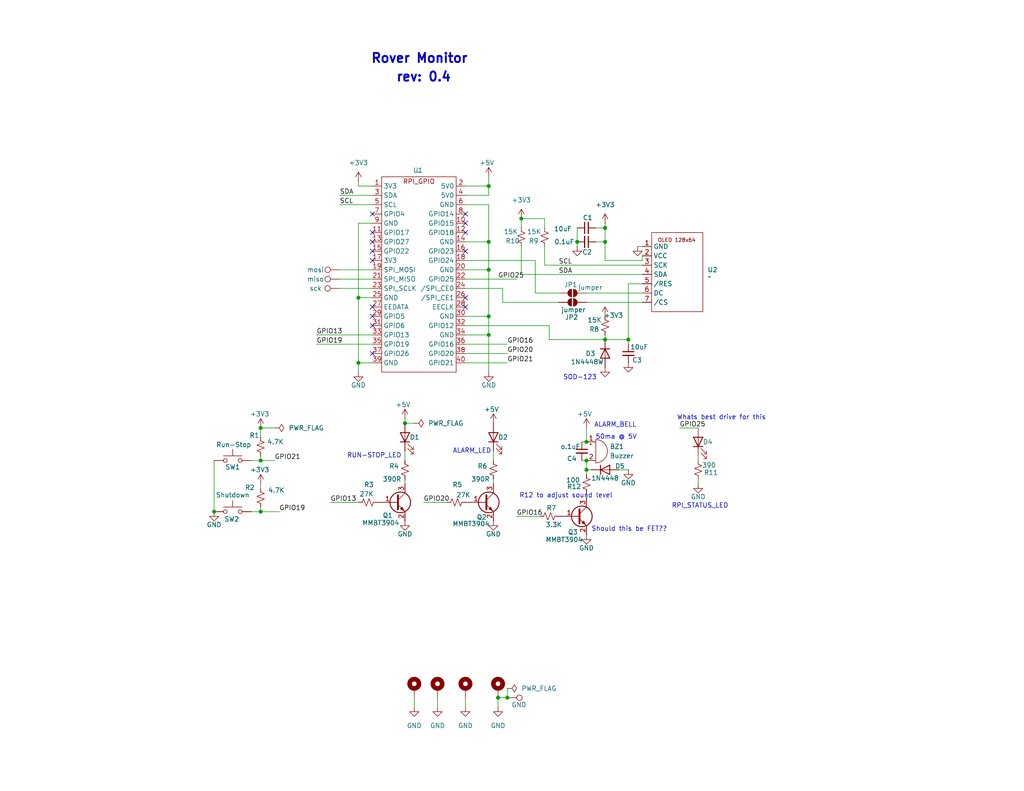
<source format=kicad_sch>
(kicad_sch (version 20231120) (generator "eeschema") (generator_version "8.0")
  (paper "USLetter")
  (title_block (title "Rover Monitor") (date "2025-11-27") (rev "V0.4"))
  (lib_symbols
    (symbol "Connector:TestPoint" (pin_numbers hide) (pin_names (offset 0.762) hide)
      (property "Reference" "TP" (at 0 6.858 0))
      (property "Value" "TestPoint" (at 0 5.08 0))
      (symbol "TestPoint_0_1"
        (circle (center 0 3.302) (radius 0.762))
      )
      (symbol "TestPoint_1_1"
        (pin passive line (at 0 0 90) (length 2.54) (name "1") (number "1"))
      )
    )
    (symbol "Device:Buzzer" (pin_names (offset 0.0254) hide)
      (property "Reference" "BZ" (at 3.81 1.27 0))
      (property "Value" "Buzzer" (at 3.81 -1.27 0))
      (symbol "Buzzer_0_1"
        (arc (start 0 -3.175) (mid 3.1612 0) (end 0 3.175))
        (polyline (pts (xy -1.651 1.905) (xy -1.143 1.905)))
        (polyline (pts (xy -1.397 2.159) (xy -1.397 1.651)))
        (polyline (pts (xy 0 3.175) (xy 0 -3.175)))
      )
      (symbol "Buzzer_1_1"
        (pin passive line (at -2.54 2.54 0) (length 2.54) (name "+") (number "1"))
        (pin passive line (at -2.54 -2.54 0) (length 2.54) (name "-") (number "2"))
      )
    )
    (symbol "Device:C_Small" (pin_numbers hide) (pin_names (offset 0.254) hide)
      (property "Reference" "C" (at 0.254 1.778 0))
      (property "Value" "C_Small" (at 0.254 -2.032 0))
      (symbol "C_Small_0_1"
        (polyline (pts (xy -1.524 -0.508) (xy 1.524 -0.508)) (stroke (width 0.3302)))
        (polyline (pts (xy -1.524 0.508) (xy 1.524 0.508)) (stroke (width 0.3048)))
      )
      (symbol "C_Small_1_1"
        (pin passive line (at 0 2.54 270) (length 2.032) (name "~") (number "1"))
        (pin passive line (at 0 -2.54 90) (length 2.032) (name "~") (number "2"))
      )
    )
    (symbol "Device:LED" (pin_numbers hide) (pin_names (offset 1.016) hide)
      (property "Reference" "D" (at 0 2.54 0))
      (property "Value" "LED" (at 0 -2.54 0))
      (symbol "LED_0_1"
        (polyline (pts (xy -1.27 -1.27) (xy -1.27 1.27)) (stroke (width 0.254)))
        (polyline (pts (xy -1.27 0) (xy 1.27 0)))
        (polyline (pts (xy 1.27 -1.27) (xy 1.27 1.27) (xy -1.27 0) (xy 1.27 -1.27)) (stroke (width 0.254)))
        (polyline (pts (xy -3.048 -0.762) (xy -4.572 -2.286) (xy -3.81 -2.286) (xy -4.572 -2.286) (xy -4.572 -1.524)))
        (polyline (pts (xy -1.778 -0.762) (xy -3.302 -2.286) (xy -2.54 -2.286) (xy -3.302 -2.286) (xy -3.302 -1.524)))
      )
      (symbol "LED_1_1"
        (pin passive line (at -3.81 0 0) (length 2.54) (name "K") (number "1"))
        (pin passive line (at 3.81 0 180) (length 2.54) (name "A") (number "2"))
      )
    )
    (symbol "Device:R_Small_US" (pin_numbers hide) (pin_names (offset 0.254) hide)
      (property "Reference" "R" (at 0.762 0.508 0))
      (property "Value" "R_Small_US" (at 0.762 -1.016 0))
      (symbol "R_Small_US_1_1"
        (polyline (pts (xy 0 0) (xy 1.016 -0.381) (xy 0 -0.762) (xy -1.016 -1.143) (xy 0 -1.524)))
        (polyline (pts (xy 0 1.524) (xy 1.016 1.143) (xy 0 0.762) (xy -1.016 0.381) (xy 0 0)))
        (pin passive line (at 0 2.54 270) (length 1.016) (name "~") (number "1"))
        (pin passive line (at 0 -2.54 90) (length 1.016) (name "~") (number "2"))
      )
    )
    (symbol "Diode:1N4448" (pin_numbers hide) (pin_names hide)
      (property "Reference" "D" (at 0 2.54 0))
      (property "Value" "1N4448" (at 0 -2.54 0))
      (symbol "1N4448_0_1"
        (polyline (pts (xy -1.27 1.27) (xy -1.27 -1.27)) (stroke (width 0.254)))
        (polyline (pts (xy 1.27 0) (xy -1.27 0)))
        (polyline (pts (xy 1.27 1.27) (xy 1.27 -1.27) (xy -1.27 0) (xy 1.27 1.27)) (stroke (width 0.254)))
      )
      (symbol "1N4448_1_1"
        (pin passive line (at -3.81 0 0) (length 2.54) (name "K") (number "1"))
        (pin passive line (at 3.81 0 180) (length 2.54) (name "A") (number "2"))
      )
    )
    (symbol "GND_1" (power) (pin_numbers hide) (pin_names (offset 0) hide)
      (property "Value" "GND" (at 0 -3.81 0))
      (symbol "GND_1_0_1"
        (polyline (pts (xy 0 0) (xy 0 -1.27) (xy 1.27 -1.27) (xy 0 -2.54) (xy -1.27 -1.27) (xy 0 -1.27)))
      )
      (symbol "GND_1_1_1"
        (pin power_in line (at 0 0 270) (length 0) (name "~") (number "1"))
      )
    )
    (symbol "Jumper:SolderJumper_2_Open" (pin_numbers hide) (pin_names (offset 0) hide) (exclude_from_sim yes) (in_bom no)
      (property "Reference" "JP" (at 0 2.032 0))
      (property "Value" "SolderJumper_2_Open" (at 0 -2.54 0))
      (symbol "SolderJumper_2_Open_0_1"
        (arc (start -0.254 1.016) (mid -1.2656 0) (end -0.254 -1.016))
        (arc (start -0.254 1.016) (mid -1.2656 0) (end -0.254 -1.016) (fill (type outline)))
        (polyline (pts (xy -0.254 1.016) (xy -0.254 -1.016)))
        (polyline (pts (xy 0.254 1.016) (xy 0.254 -1.016)))
        (arc (start 0.254 -1.016) (mid 1.2656 0) (end 0.254 1.016))
        (arc (start 0.254 -1.016) (mid 1.2656 0) (end 0.254 1.016) (fill (type outline)))
      )
      (symbol "SolderJumper_2_Open_1_1"
        (pin passive line (at -3.81 0 0) (length 2.54) (name "A") (number "1"))
        (pin passive line (at 3.81 0 180) (length 2.54) (name "B") (number "2"))
      )
    )
    (symbol "Mechanical:MountingHole_Pad" (pin_numbers hide) (pin_names (offset 1.016) hide)
      (property "Reference" "H" (at 0 6.35 0))
      (property "Value" "MountingHole_Pad" (at 0 4.445 0))
      (symbol "MountingHole_Pad_0_1"
        (circle (center 0 1.27) (radius 1.27) (stroke (width 1.27)))
      )
      (symbol "MountingHole_Pad_1_1"
        (pin input line (at 0 -2.54 90) (length 2.54) (name "1") (number "1"))
      )
    )
    (symbol "PWR_FLAG_1" (power) (pin_numbers hide) (pin_names (offset 0) hide)
      (property "Value" "PWR_FLAG" (at 0 3.81 0))
      (symbol "PWR_FLAG_1_0_0"
        (pin power_out line (at 0 0 90) (length 0) (name "~") (number "1"))
      )
      (symbol "PWR_FLAG_1_0_1"
        (polyline (pts (xy 0 0) (xy 0 1.27) (xy -1.016 1.905) (xy 0 2.54) (xy 1.016 1.905) (xy 0 1.27)))
      )
    )
    (symbol "Switch:SW_Push" (pin_numbers hide) (pin_names (offset 1.016) hide)
      (property "Reference" "SW" (at 1.27 2.54 0))
      (property "Value" "SW_Push" (at 0 -1.524 0))
      (symbol "SW_Push_0_1"
        (circle (center -2.032 0) (radius 0.508))
        (polyline (pts (xy 0 1.27) (xy 0 3.048)))
        (polyline (pts (xy 2.54 1.27) (xy -2.54 1.27)))
        (circle (center 2.032 0) (radius 0.508))
        (pin passive line (at -5.08 0 0) (length 2.54) (name "1") (number "1"))
        (pin passive line (at 5.08 0 180) (length 2.54) (name "2") (number "2"))
      )
    )
    (symbol "Transistor_BJT:MMBT3904" (pin_names (offset 0) hide)
      (property "Reference" "Q" (at 5.08 1.905 0))
      (property "Value" "MMBT3904" (at 5.08 0 0))
      (symbol "MMBT3904_0_1"
        (polyline (pts (xy 0.635 0.635) (xy 2.54 2.54)))
        (polyline (pts (xy 0.635 -0.635) (xy 2.54 -2.54) (xy 2.54 -2.54)))
        (polyline (pts (xy 0.635 1.905) (xy 0.635 -1.905) (xy 0.635 -1.905)) (stroke (width 0.508)))
        (polyline (pts (xy 1.27 -1.778) (xy 1.778 -1.27) (xy 2.286 -2.286) (xy 1.27 -1.778) (xy 1.27 -1.778)) (fill (type outline)))
        (circle (center 1.27 0) (radius 2.8194) (stroke (width 0.254)))
      )
      (symbol "MMBT3904_1_1"
        (pin input line (at -5.08 0 0) (length 5.715) (name "B") (number "1"))
        (pin passive line (at 2.54 -5.08 90) (length 2.54) (name "E") (number "2"))
        (pin passive line (at 2.54 5.08 270) (length 2.54) (name "C") (number "3"))
      )
    )
    (symbol "jerrys_Library:oled_128x64"
      (property "Reference" "U" (at 1.016 2.286 0))
      (symbol "oled_128x64_1_1"
        (rectangle (start 0 1.27) (end 13.97 -20.32))
        (text "OLED 128x64" (at 6.858 -0.762 0) (effects (font (size 1.016 1.016))))
        (pin input line (at -2.54 -2.54 0) (length 2.54) (name "GND") (number "1"))
        (pin input line (at -2.54 -5.08 0) (length 2.54) (name "VCC") (number "2"))
        (pin input line (at -2.54 -7.62 0) (length 2.54) (name "SCK") (number "3"))
        (pin input line (at -2.54 -10.16 0) (length 2.54) (name "SDA") (number "4"))
        (pin input line (at -2.54 -12.7 0) (length 2.54) (name "/RES") (number "5"))
        (pin input line (at -2.54 -15.24 0) (length 2.54) (name "DC") (number "6"))
        (pin input line (at -2.54 -17.78 0) (length 2.54) (name "/CS") (number "7"))
      )
    )
    (symbol "jerrys_Library:rpi_gpio2"
      (property "Reference" "U" (at -7.874 27.686 0))
      (symbol "rpi_gpio2_1_1"
        (text "RPI_GPIO" (at 0 25.4 0) (effects (font (size 1.27 1.27))))
        (text_box "" (at -10.16 26.67 0) (size 20.32 -53.34) (fill (type color)) (effects (font (size 1.27 1.27)) (justify left top)))
        (pin output line (at -12.7 24.13 0) (length 2.54) (name "3V3") (number "1"))
        (pin input line (at 12.7 13.97 180) (length 2.54) (name "GPIO15") (number "10"))
        (pin input line (at -12.7 11.43 0) (length 2.54) (name "GPIO17") (number "11"))
        (pin input line (at 12.7 11.43 180) (length 2.54) (name "GPIO18") (number "12"))
        (pin input line (at -12.7 8.89 0) (length 2.54) (name "GPIO27") (number "13"))
        (pin input line (at 12.7 8.89 180) (length 2.54) (name "GND") (number "14"))
        (pin input line (at -12.7 6.35 0) (length 2.54) (name "GPIO22") (number "15"))
        (pin input line (at 12.7 6.35 180) (length 2.54) (name "GPIO23") (number "16"))
        (pin input line (at -12.7 3.81 0) (length 2.54) (name "3V3") (number "17"))
        (pin input line (at 12.7 3.81 180) (length 2.54) (name "GPIO24") (number "18"))
        (pin input line (at -12.7 1.27 0) (length 2.54) (name "SPI_MOSI") (number "19"))
        (pin input line (at 12.7 24.13 180) (length 2.54) (name "5V0") (number "2"))
        (pin input line (at 12.7 1.27 180) (length 2.54) (name "GND") (number "20"))
        (pin input line (at -12.7 -1.27 0) (length 2.54) (name "SPI_MISO") (number "21"))
        (pin input line (at 12.7 -1.27 180) (length 2.54) (name "GPIO25") (number "22"))
        (pin input line (at -12.7 -3.81 0) (length 2.54) (name "SPI_SCLK") (number "23"))
        (pin input line (at 12.7 -3.81 180) (length 2.54) (name "/SPI_CE0") (number "24"))
        (pin input line (at -12.7 -6.35 0) (length 2.54) (name "GND") (number "25"))
        (pin input line (at 12.7 -6.35 180) (length 2.54) (name "/SPI_CE1") (number "26"))
        (pin input line (at -12.7 -8.89 0) (length 2.54) (name "EEDATA") (number "27"))
        (pin input line (at 12.7 -8.89 180) (length 2.54) (name "EECLK") (number "28"))
        (pin input line (at -12.7 -11.43 0) (length 2.54) (name "GPIO5") (number "29"))
        (pin input line (at -12.7 21.59 0) (length 2.54) (name "SDA") (number "3"))
        (pin input line (at 12.7 -11.43 180) (length 2.54) (name "GND") (number "30"))
        (pin input line (at -12.7 -13.97 0) (length 2.54) (name "GPIO6") (number "31"))
        (pin input line (at 12.7 -13.97 180) (length 2.54) (name "GPIO12") (number "32"))
        (pin input line (at -12.7 -16.51 0) (length 2.54) (name "GPIO13") (number "33"))
        (pin input line (at 12.7 -16.51 180) (length 2.54) (name "GND") (number "34"))
        (pin input line (at -12.7 -19.05 0) (length 2.54) (name "GPIO19") (number "35"))
        (pin input line (at 12.7 -19.05 180) (length 2.54) (name "GPIO16") (number "36"))
        (pin input line (at -12.7 -21.59 0) (length 2.54) (name "GPIO26") (number "37"))
        (pin input line (at 12.7 -21.59 180) (length 2.54) (name "GPIO20") (number "38"))
        (pin input line (at -12.7 -24.13 0) (length 2.54) (name "GND") (number "39"))
        (pin input line (at 12.7 21.59 180) (length 2.54) (name "5V0") (number "4"))
        (pin input line (at 12.7 -24.13 180) (length 2.54) (name "GPIO21") (number "40"))
        (pin input line (at -12.7 19.05 0) (length 2.54) (name "SCL") (number "5"))
        (pin input line (at 12.7 19.05 180) (length 2.54) (name "GND") (number "6"))
        (pin input line (at -12.7 16.51 0) (length 2.54) (name "GPIO4") (number "7"))
        (pin input line (at 12.7 16.51 180) (length 2.54) (name "GPIO14") (number "8"))
        (pin input line (at -12.7 13.97 0) (length 2.54) (name "GND") (number "9"))
      )
    )
    (symbol "power:+3V3" (power) (pin_numbers hide) (pin_names (offset 0) hide)
      (property "Value" "+3V3" (at 0 3.556 0))
      (symbol "+3V3_0_1"
        (polyline (pts (xy -0.762 1.27) (xy 0 2.54)))
        (polyline (pts (xy 0 0) (xy 0 2.54)))
        (polyline (pts (xy 0 2.54) (xy 0.762 1.27)))
      )
      (symbol "+3V3_1_1"
        (pin power_in line (at 0 0 90) (length 0) (name "~") (number "1"))
      )
    )
    (symbol "power:+5V" (power) (pin_numbers hide) (pin_names (offset 0) hide)
      (property "Value" "+5V" (at 0 3.556 0))
      (symbol "+5V_0_1"
        (polyline (pts (xy -0.762 1.27) (xy 0 2.54)))
        (polyline (pts (xy 0 0) (xy 0 2.54)))
        (polyline (pts (xy 0 2.54) (xy 0.762 1.27)))
      )
      (symbol "+5V_1_1"
        (pin power_in line (at 0 0 90) (length 0) (name "~") (number "1"))
      )
    )
  )
  (junction (at 71.12 125.73))
  (junction (at 71.12 116.84))
  (junction (at 142.24 59.69))
  (junction (at 160.02 125.73))
  (junction (at 165.1 66.04))
  (junction (at 133.35 50.8))
  (junction (at 160.02 120.65))
  (junction (at 133.35 66.04))
  (junction (at 138.43 190.5))
  (junction (at 165.1 62.23))
  (junction (at 110.49 115.57))
  (junction (at 157.48 66.04))
  (junction (at 135.89 190.5))
  (junction (at 160.02 128.27))
  (junction (at 71.12 139.7))
  (junction (at 133.35 73.66))
  (junction (at 58.42 139.7))
  (junction (at 97.79 81.28))
  (junction (at 97.79 99.06))
  (junction (at 171.45 92.71))
  (junction (at 133.35 86.36))
  (junction (at 165.1 92.71))
  (junction (at 133.35 91.44))
  (no_connect (at 127 60.96))
  (no_connect (at 127 83.82))
  (no_connect (at 101.6 71.12))
  (no_connect (at 127 81.28))
  (no_connect (at 101.6 86.36))
  (no_connect (at 101.6 96.52))
  (no_connect (at 101.6 83.82))
  (no_connect (at 101.6 58.42))
  (no_connect (at 101.6 88.9))
  (no_connect (at 101.6 63.5))
  (no_connect (at 127 63.5))
  (no_connect (at 101.6 66.04))
  (no_connect (at 101.6 68.58))
  (no_connect (at 127 68.58))
  (no_connect (at 127 58.42))
  (wire (pts (xy 133.35 86.36) (xy 133.35 91.44)))
  (wire (pts (xy 137.16 82.55) (xy 152.4 82.55)))
  (wire (pts (xy 71.12 119.38) (xy 71.12 116.84)))
  (wire (pts (xy 160.02 82.55) (xy 175.26 82.55)))
  (wire (pts (xy 148.59 62.23) (xy 148.59 59.69)))
  (wire (pts (xy 119.38 190.5) (xy 119.38 193.04)))
  (wire (pts (xy 113.03 190.5) (xy 113.03 193.04)))
  (wire (pts (xy 138.43 187.96) (xy 138.43 190.5)))
  (wire (pts (xy 127 91.44) (xy 133.35 91.44)))
  (wire (pts (xy 127 86.36) (xy 133.35 86.36)))
  (wire (pts (xy 68.58 139.7) (xy 71.12 139.7)))
  (wire (pts (xy 101.6 60.96) (xy 97.79 60.96)))
  (wire (pts (xy 115.57 137.16) (xy 121.92 137.16)))
  (wire (pts (xy 92.71 53.34) (xy 101.6 53.34)))
  (wire (pts (xy 127 53.34) (xy 133.35 53.34)))
  (wire (pts (xy 110.49 115.57) (xy 113.03 115.57)))
  (wire (pts (xy 127 96.52) (xy 138.43 96.52)))
  (wire (pts (xy 146.05 80.01) (xy 152.4 80.01)))
  (wire (pts (xy 134.62 130.81) (xy 134.62 132.08)))
  (wire (pts (xy 142.24 74.93) (xy 175.26 74.93)))
  (wire (pts (xy 160.02 128.27) (xy 160.02 125.73)))
  (wire (pts (xy 110.49 123.19) (xy 110.49 125.73)))
  (wire (pts (xy 175.26 67.31) (xy 173.99 67.31)))
  (wire (pts (xy 160.02 80.01) (xy 175.26 80.01)))
  (wire (pts (xy 127 99.06) (xy 138.43 99.06)))
  (wire (pts (xy 140.97 140.97) (xy 147.32 140.97)))
  (wire (pts (xy 157.48 66.04) (xy 157.48 67.31)))
  (wire (pts (xy 71.12 116.84) (xy 74.93 116.84)))
  (wire (pts (xy 165.1 60.96) (xy 165.1 62.23)))
  (wire (pts (xy 133.35 73.66) (xy 133.35 86.36)))
  (wire (pts (xy 135.89 190.5) (xy 135.89 193.04)))
  (wire (pts (xy 127 76.2) (xy 140.97 76.2)))
  (wire (pts (xy 92.71 55.88) (xy 101.6 55.88)))
  (wire (pts (xy 157.48 62.23) (xy 157.48 66.04)))
  (wire (pts (xy 133.35 55.88) (xy 133.35 66.04)))
  (wire (pts (xy 134.62 123.19) (xy 134.62 125.73)))
  (wire (pts (xy 149.86 92.71) (xy 165.1 92.71)))
  (wire (pts (xy 190.5 130.81) (xy 190.5 132.08)))
  (wire (pts (xy 162.56 66.04) (xy 165.1 66.04)))
  (wire (pts (xy 97.79 81.28) (xy 97.79 99.06)))
  (wire (pts (xy 190.5 124.46) (xy 190.5 125.73)))
  (wire (pts (xy 142.24 74.93) (xy 142.24 67.31)))
  (wire (pts (xy 110.49 130.81) (xy 110.49 132.08)))
  (wire (pts (xy 68.58 125.73) (xy 71.12 125.73)))
  (wire (pts (xy 110.49 114.3) (xy 110.49 115.57)))
  (wire (pts (xy 127 78.74) (xy 137.16 78.74)))
  (wire (pts (xy 127 73.66) (xy 133.35 73.66)))
  (wire (pts (xy 162.56 62.23) (xy 165.1 62.23)))
  (wire (pts (xy 158.75 120.65) (xy 160.02 120.65)))
  (wire (pts (xy 127 71.12) (xy 146.05 71.12)))
  (wire (pts (xy 160.02 129.54) (xy 160.02 128.27)))
  (wire (pts (xy 148.59 72.39) (xy 175.26 72.39)))
  (wire (pts (xy 149.86 88.9) (xy 149.86 92.71)))
  (wire (pts (xy 175.26 71.12) (xy 165.1 71.12)))
  (wire (pts (xy 92.71 73.66) (xy 101.6 73.66)))
  (wire (pts (xy 165.1 92.71) (xy 171.45 92.71)))
  (wire (pts (xy 142.24 59.69) (xy 142.24 62.23)))
  (wire (pts (xy 127 88.9) (xy 149.86 88.9)))
  (wire (pts (xy 171.45 92.71) (xy 171.45 93.98)))
  (wire (pts (xy 97.79 50.8) (xy 97.79 49.53)))
  (wire (pts (xy 175.26 71.12) (xy 175.26 69.85)))
  (wire (pts (xy 90.17 137.16) (xy 97.79 137.16)))
  (wire (pts (xy 165.1 62.23) (xy 165.1 66.04)))
  (wire (pts (xy 127 55.88) (xy 133.35 55.88)))
  (wire (pts (xy 71.12 133.35) (xy 71.12 132.08)))
  (wire (pts (xy 92.71 76.2) (xy 101.6 76.2)))
  (wire (pts (xy 171.45 128.27) (xy 168.91 128.27)))
  (wire (pts (xy 165.1 92.71) (xy 165.1 91.44)))
  (wire (pts (xy 97.79 60.96) (xy 97.79 81.28)))
  (wire (pts (xy 58.42 125.73) (xy 58.42 139.7)))
  (wire (pts (xy 133.35 91.44) (xy 133.35 101.6)))
  (wire (pts (xy 171.45 77.47) (xy 175.26 77.47)))
  (wire (pts (xy 171.45 77.47) (xy 171.45 92.71)))
  (wire (pts (xy 86.36 93.98) (xy 101.6 93.98)))
  (wire (pts (xy 71.12 125.73) (xy 71.12 124.46)))
  (wire (pts (xy 92.71 78.74) (xy 101.6 78.74)))
  (wire (pts (xy 137.16 78.74) (xy 137.16 82.55)))
  (wire (pts (xy 190.5 116.84) (xy 185.42 116.84)))
  (wire (pts (xy 71.12 125.73) (xy 74.93 125.73)))
  (wire (pts (xy 97.79 81.28) (xy 101.6 81.28)))
  (wire (pts (xy 97.79 99.06) (xy 97.79 101.6)))
  (wire (pts (xy 160.02 135.89) (xy 160.02 134.62)))
  (wire (pts (xy 133.35 66.04) (xy 133.35 73.66)))
  (wire (pts (xy 160.02 116.84) (xy 160.02 120.65)))
  (wire (pts (xy 101.6 50.8) (xy 97.79 50.8)))
  (wire (pts (xy 160.02 128.27) (xy 161.29 128.27)))
  (wire (pts (xy 127 190.5) (xy 127 193.04)))
  (wire (pts (xy 97.79 99.06) (xy 101.6 99.06)))
  (wire (pts (xy 127 93.98) (xy 138.43 93.98)))
  (wire (pts (xy 158.75 125.73) (xy 160.02 125.73)))
  (wire (pts (xy 148.59 72.39) (xy 148.59 67.31)))
  (wire (pts (xy 146.05 71.12) (xy 146.05 80.01)))
  (wire (pts (xy 86.36 91.44) (xy 101.6 91.44)))
  (wire (pts (xy 127 50.8) (xy 133.35 50.8)))
  (wire (pts (xy 148.59 59.69) (xy 142.24 59.69)))
  (wire (pts (xy 71.12 139.7) (xy 71.12 138.43)))
  (wire (pts (xy 133.35 53.34) (xy 133.35 50.8)))
  (wire (pts (xy 165.1 66.04) (xy 165.1 71.12)))
  (wire (pts (xy 71.12 139.7) (xy 76.2 139.7)))
  (wire (pts (xy 127 66.04) (xy 133.35 66.04)))
  (wire (pts (xy 133.35 50.8) (xy 133.35 48.26)))
  (wire (pts (xy 135.89 190.5) (xy 138.43 190.5)))
  (text "RUN-STOP_LED" (at 102.108 124.46 0) (effects (font (size 1.27 1.27))))
  (text "ALARM_BELL" (at 167.894 116.078 0) (effects (font (size 1.27 1.27))))
  (text "Whats best drive for this" (at 196.85 114.046 0) (effects (font (size 1.27 1.27))))
  (text "rev: 0.4" (at 107.95 22.606 0) (effects (font (size 2.5 2.5) (thickness 0.5) (bold yes)) (justify left bottom)))
  (text "SOD-123" (at 158.242 103.124 0) (effects (font (size 1.27 1.27))))
  (text "Rover Monitor" (at 101.092 17.526 0) (effects (font (size 2.5 2.5) (thickness 0.5) (bold yes)) (justify left bottom)))
  (text "50ma @ 5V" (at 168.148 119.38 0) (effects (font (size 1.27 1.27))))
  (text "Should this be FET??" (at 171.704 144.526 0) (effects (font (size 1.27 1.27))))
  (text "RPI_STATUS_LED" (at 191.008 138.176 0) (effects (font (size 1.27 1.27))))
  (text "ALARM_LED" (at 128.778 123.19 0) (effects (font (size 1.27 1.27))))
  (text "R12 to adjust sound level" (at 154.432 135.382 0) (effects (font (size 1.27 1.27))))
  (label "GPIO20" (at 115.57 137.16 0))
  (label "GPIO21" (at 74.93 125.73 0))
  (label "GPIO25" (at 185.42 116.84 0))
  (label "SCL" (at 152.4 72.39 0))
  (label "GPIO13" (at 90.17 137.16 0))
  (label "GPIO13" (at 86.36 91.44 0))
  (label "SCL" (at 92.71 55.88 0))
  (label "GPIO16" (at 140.97 140.97 0))
  (label "SDA" (at 92.71 53.34 0))
  (label "GPIO25" (at 135.89 76.2 0))
  (label "GPIO19" (at 76.2 139.7 0))
  (label "SDA" (at 152.4 74.93 0))
  (label "GPIO16" (at 138.43 93.98 0))
  (label "GPIO21" (at 138.43 99.06 0))
  (label "GPIO19" (at 86.36 93.98 0))
  (label "GPIO20" (at 138.43 96.52 0))
  (symbol (lib_id "Transistor_BJT:MMBT3904") (at 157.48 140.97 0) (unit 1)
    (property "Reference" "Q3" (at 154.94 145.288 0) (effects (justify left)))
    (property "Value" "MMBT3904" (at 148.844 147.32 0) (effects (justify left)))
    (property "Footprint" "Package_TO_SOT_SMD:SOT-23" (effects (hide yes)))
    (property "Datasheet" "https://www.onsemi.com/pdf/datasheet/pzt3904-d.pdf" (effects (hide yes)))
    (property "Description" "0.2A Ic, 40V Vce, Small Signal NPN Transistor, SOT-23" (effects (hide yes)))
  )
  (symbol (lib_name "GND_1") (lib_id "power:GND") (at 119.38 193.04 0) (unit 1)
    (property "Reference" "#PWR22" (effects (hide yes)))
    (property "Value" "GND" (at 119.38 198.12 0))
    (property "Description" "Power symbol creates a global label with name \"GND\" , ground" (effects (hide yes)))
  )
  (symbol (lib_id "Device:C_Small") (at 160.02 62.23 90) (mirror x) (unit 1)
    (property "Reference" "C1" (at 159.004 59.436 90) (effects (justify right)))
    (property "Value" "10uF" (at 151.13 62.484 90) (effects (justify right)))
    (property "Footprint" "Capacitor_SMD:C_0805_2012Metric_Pad1.18x1.45mm_HandSolder" (effects (hide yes)))
    (property "Description" "CAP CER, 0.1uF, 25V, X7R, 0805" (effects (hide yes)))
    (property "Vendor" "Digikey" (effects (hide yes)))
    (property "Vendor Part#" "1276-1099-1-ND " (effects (hide yes)))
  )
  (symbol (lib_name "GND_1") (lib_id "power:GND") (at 157.48 67.31 0) (mirror y) (unit 1)
    (property "Reference" "#PWR14" (effects (hide yes)))
    (property "Value" "GND" (effects (hide yes)))
    (property "Description" "Power symbol creates a global label with name \"GND\" , ground" (effects (hide yes)))
  )
  (symbol (lib_name "GND_1") (lib_id "power:GND") (at 135.89 193.04 0) (unit 1)
    (property "Reference" "#PWR13" (effects (hide yes)))
    (property "Value" "GND" (at 135.89 198.12 0))
    (property "Description" "Power symbol creates a global label with name \"GND\" , ground" (effects (hide yes)))
  )
  (symbol (lib_id "Device:R_Small_US") (at 71.12 135.89 0) (unit 1)
    (property "Reference" "R2" (at 66.802 133.096 0) (effects (justify left)))
    (property "Value" "4.7K" (at 73.152 133.858 0) (effects (justify left)))
    (property "Footprint" "Resistor_SMD:R_0805_2012Metric_Pad1.20x1.40mm_HandSolder" (effects (hide yes)))
    (property "Description" "RES 100 OHM 1% 1/8W 0805" (effects (hide yes)))
    (property "Vendor" "Digikey" (effects (hide yes)))
    (property "Vendor Part#" "RMCF0805FT100RCT-ND " (effects (hide yes)))
  )
  (symbol (lib_id "Connector:TestPoint") (at 92.71 76.2 90) (unit 1) (in_bom no)
    (property "Reference" "miso1" (effects (hide yes)))
    (property "Value" "miso" (at 86.106 76.2 90))
    (property "Footprint" "TestPoint:TestPoint_THTPad_D2.0mm_Drill1.0mm" (effects (hide yes)))
  )
  (symbol (lib_id "Device:LED") (at 110.49 119.38 90) (unit 1)
    (property "Reference" "D1" (at 111.76 119.38 90) (effects (justify right)))
    (property "Value" "Run-Stop" (effects (hide yes)))
    (property "Footprint" "LED_SMD:LED_1206_3216Metric_Pad1.42x1.75mm_HandSolder" (effects (hide yes)))
    (property "Datasheet" "https://sunledusa.com/products/spec/XZM2CRK55W-3.pdf" (effects (hide yes)))
    (property "Description" "LED RED CLEAR SMD  1206" (effects (hide yes)))
    (property "Vendor" "Digikey" (effects (hide yes)))
    (property "Vendor Part#" "732-11422-1-ND " (effects (hide yes)))
  )
  (symbol (lib_id "Device:R_Small_US") (at 160.02 132.08 0) (unit 1)
    (property "Reference" "R12" (at 154.686 132.842 0) (effects (justify left)))
    (property "Value" "100" (at 154.432 131.064 0) (effects (justify left)))
    (property "Footprint" "Resistor_SMD:R_0805_2012Metric_Pad1.20x1.40mm_HandSolder" (effects (hide yes)))
    (property "Description" "RES 100 OHM 1% 1/8W 0805" (effects (hide yes)))
    (property "Vendor" "Digikey" (effects (hide yes)))
    (property "Vendor Part#" "RMCF0805FT100RCT-ND " (effects (hide yes)))
  )
  (symbol (lib_name "PWR_FLAG_1") (lib_id "power:PWR_FLAG") (at 113.03 115.57 270) (unit 1)
    (property "Reference" "#FLG3" (effects (hide yes)))
    (property "Value" "PWR_FLAG" (at 116.84 115.5699 90) (effects (justify left)))
    (property "Description" "Special symbol for telling ERC where power comes from" (effects (hide yes)))
  )
  (symbol (lib_id "Mechanical:MountingHole_Pad") (at 113.03 187.96 0) (unit 1) (in_bom no)
    (property "Reference" "H4" (effects (hide yes)))
    (property "Value" "MountingHole_Pad" (effects (hide yes)))
    (property "Footprint" "MountingHole:MountingHole_3.2mm_M3_ISO7380_Pad_TopBottom" (effects (hide yes)))
  )
  (symbol (lib_id "Connector:TestPoint") (at 92.71 73.66 90) (unit 1) (in_bom no)
    (property "Reference" "mosi1" (effects (hide yes)))
    (property "Value" "mosi" (at 86.106 73.66 90))
    (property "Footprint" "TestPoint:TestPoint_THTPad_D2.0mm_Drill1.0mm" (effects (hide yes)))
  )
  (symbol (lib_id "Mechanical:MountingHole_Pad") (at 119.38 187.96 0) (unit 1) (in_bom no)
    (property "Reference" "H3" (effects (hide yes)))
    (property "Value" "MountingHole_Pad" (effects (hide yes)))
    (property "Footprint" "MountingHole:MountingHole_3.2mm_M3_ISO7380_Pad_TopBottom" (effects (hide yes)))
  )
  (symbol (lib_id "Device:R_Small_US") (at 149.86 140.97 270) (unit 1)
    (property "Reference" "R7" (at 149.098 138.684 90) (effects (justify left)))
    (property "Value" "3.3K" (at 148.844 143.256 90) (effects (justify left)))
    (property "Footprint" "Resistor_SMD:R_0805_2012Metric_Pad1.20x1.40mm_HandSolder" (effects (hide yes)))
    (property "Description" "RES 100 OHM 1% 1/8W 0805" (effects (hide yes)))
    (property "Vendor" "Digikey" (effects (hide yes)))
    (property "Vendor Part#" "RMCF0805FT100RCT-ND " (effects (hide yes)))
  )
  (symbol (lib_name "GND_1") (lib_id "power:GND") (at 133.35 101.6 0) (unit 1)
    (property "Reference" "#PWR10" (effects (hide yes)))
    (property "Value" "GND" (at 133.35 105.156 0))
    (property "Description" "Power symbol creates a global label with name \"GND\" , ground" (effects (hide yes)))
  )
  (symbol (lib_name "GND_1") (lib_id "power:GND") (at 165.1 100.33 0) (mirror y) (unit 1)
    (property "Reference" "#PWR20" (effects (hide yes)))
    (property "Value" "GND" (effects (hide yes)))
    (property "Description" "Power symbol creates a global label with name \"GND\" , ground" (effects (hide yes)))
  )
  (symbol (lib_id "power:+3V3") (at 165.1 60.96 0) (mirror y) (unit 1)
    (property "Reference" "#PWR17" (effects (hide yes)))
    (property "Value" "+3V3" (at 165.1 55.88 0))
    (property "Description" "Power symbol creates a global label with name \"+3V3\"" (effects (hide yes)))
  )
  (symbol (lib_id "Diode:1N4448") (at 165.1 128.27 0) (unit 1)
    (property "Reference" "D5" (at 169.164 127.254 0))
    (property "Value" "1N4448" (at 165.1 130.556 0))
    (property "Footprint" "Diode_THT:D_DO-35_SOD27_P7.62mm_Horizontal" (effects (hide yes)))
    (property "Datasheet" "https://assets.nexperia.com/documents/data-sheet/1N4148_1N4448.pdf" (effects (hide yes)))
    (property "Description" "100V 0.15A High-speed standard diode, DO-35" (effects (hide yes)))
    (property "Sim.Device" "D" (effects (hide yes)))
    (property "Sim.Pins" "1=K 2=A" (effects (hide yes)))
  )
  (symbol (lib_id "power:+3V3") (at 71.12 116.84 0) (unit 1)
    (property "Reference" "#PWR2" (effects (hide yes)))
    (property "Value" "+3V3" (at 70.866 113.03 0))
    (property "Description" "Power symbol creates a global label with name \"+3V3\"" (effects (hide yes)))
  )
  (symbol (lib_id "power:+5V") (at 160.02 116.84 0) (unit 1)
    (property "Reference" "#PWR15" (effects (hide yes)))
    (property "Value" "+5V" (at 159.512 113.03 0))
    (property "Description" "Power symbol creates a global label with name \"+5V\"" (effects (hide yes)))
  )
  (symbol (lib_id "Device:R_Small_US") (at 100.33 137.16 270) (unit 1)
    (property "Reference" "R3" (at 99.314 132.334 90) (effects (justify left)))
    (property "Value" "27K" (at 98.044 134.874 90) (effects (justify left)))
    (property "Footprint" "Resistor_SMD:R_0805_2012Metric_Pad1.20x1.40mm_HandSolder" (effects (hide yes)))
    (property "Description" "RES 100 OHM 1% 1/8W 0805" (effects (hide yes)))
    (property "Vendor" "Digikey" (effects (hide yes)))
    (property "Vendor Part#" "RMCF0805FT100RCT-ND " (effects (hide yes)))
  )
  (symbol (lib_name "GND_1") (lib_id "power:GND") (at 113.03 193.04 0) (unit 1)
    (property "Reference" "#PWR23" (effects (hide yes)))
    (property "Value" "GND" (at 113.03 198.12 0))
    (property "Description" "Power symbol creates a global label with name \"GND\" , ground" (effects (hide yes)))
  )
  (symbol (lib_id "Mechanical:MountingHole_Pad") (at 135.89 187.96 0) (unit 1) (in_bom no)
    (property "Reference" "H2" (effects (hide yes)))
    (property "Value" "MountingHole_Pad" (effects (hide yes)))
    (property "Footprint" "MountingHole:MountingHole_3.2mm_M3_ISO7380_Pad_TopBottom" (effects (hide yes)))
  )
  (symbol (lib_id "jerrys_Library:oled_128x64") (at 177.8 64.77 0) (unit 1)
    (property "Reference" "U2" (at 193.04 73.6599 0) (effects (justify left)))
    (property "Value" "~" (at 193.04 75.565 0) (effects (justify left)))
    (property "Footprint" "jerrys_Library:oled_128x64_r2" (effects (hide yes)))
  )
  (symbol (lib_id "jerrys_Library:rpi_gpio2") (at 114.3 74.93 0) (unit 1)
    (property "Reference" "U1" (at 114.046 46.482 0))
    (property "Value" "~" (at 114.3 46.99 0))
    (property "Footprint" "Connector_PinHeader_2.54mm:PinHeader_2x20_P2.54mm_Vertical" (effects (hide yes)))
  )
  (symbol (lib_name "GND_1") (lib_id "power:GND") (at 110.49 142.24 0) (unit 1)
    (property "Reference" "#PWR7" (effects (hide yes)))
    (property "Value" "GND" (at 110.49 145.796 0))
    (property "Description" "Power symbol creates a global label with name \"GND\" , ground" (effects (hide yes)))
  )
  (symbol (lib_id "Device:LED") (at 134.62 119.38 90) (unit 1)
    (property "Reference" "D2" (at 135.89 119.38 90) (effects (justify right)))
    (property "Value" "Alarm" (effects (hide yes)))
    (property "Footprint" "LED_SMD:LED_1206_3216Metric_Pad1.42x1.75mm_HandSolder" (effects (hide yes)))
    (property "Datasheet" "https://sunledusa.com/products/spec/XZM2CRK55W-3.pdf" (effects (hide yes)))
    (property "Description" "LED RED CLEAR SMD  1206" (effects (hide yes)))
    (property "Vendor" "Digikey" (effects (hide yes)))
    (property "Vendor Part#" "732-11422-1-ND " (effects (hide yes)))
  )
  (symbol (lib_id "Switch:SW_Push") (at 63.5 125.73 0) (unit 1)
    (property "Reference" "SW1" (at 63.5 127.508 0))
    (property "Value" "Run-Stop" (at 63.754 121.412 0))
    (property "Footprint" "Button_Switch_THT:SW_TH_Tactile_Omron_B3F-10xx" (effects (hide yes)))
    (property "Description" "Push button switch, generic, two pins" (effects (hide yes)))
  )
  (symbol (lib_id "Jumper:SolderJumper_2_Open") (at 156.21 80.01 0) (unit 1) (exclude_from_sim yes) (in_bom no)
    (property "Reference" "JP1" (at 155.702 77.724 0))
    (property "Value" "jumper" (at 161.036 78.486 0))
    (property "Footprint" "Jumper:SolderJumper-2_P1.3mm_Open_TrianglePad1.0x1.5mm" (effects (hide yes)))
    (property "Description" "Solder Jumper, 2-pole, open" (effects (hide yes)))
  )
  (symbol (lib_id "Device:R_Small_US") (at 148.59 64.77 0) (unit 1)
    (property "Reference" "R9" (at 144.272 65.786 0) (effects (justify left)))
    (property "Value" "15K" (at 143.764 63.246 0) (effects (justify left)))
    (property "Footprint" "Resistor_SMD:R_0805_2012Metric_Pad1.20x1.40mm_HandSolder" (effects (hide yes)))
    (property "Description" "RES 100 OHM 1% 1/8W 0805" (effects (hide yes)))
    (property "Vendor" "Digikey" (effects (hide yes)))
    (property "Vendor Part#" "RMCF0805FT100RCT-ND " (effects (hide yes)))
  )
  (symbol (lib_id "power:+5V") (at 134.62 115.57 0) (unit 1)
    (property "Reference" "#PWR11" (effects (hide yes)))
    (property "Value" "+5V" (at 134.112 111.76 0))
    (property "Description" "Power symbol creates a global label with name \"+5V\"" (effects (hide yes)))
  )
  (symbol (lib_id "power:+5V") (at 110.49 114.3 0) (unit 1)
    (property "Reference" "#PWR6" (effects (hide yes)))
    (property "Value" "+5V" (at 109.982 110.49 0))
    (property "Description" "Power symbol creates a global label with name \"+5V\"" (effects (hide yes)))
  )
  (symbol (lib_id "Device:LED") (at 190.5 120.65 90) (unit 1)
    (property "Reference" "D4" (at 191.77 120.65 90) (effects (justify right)))
    (property "Value" "Run-Stop" (effects (hide yes)))
    (property "Footprint" "LED_SMD:LED_1206_3216Metric_Pad1.42x1.75mm_HandSolder" (effects (hide yes)))
    (property "Datasheet" "https://sunledusa.com/products/spec/XZM2CRK55W-3.pdf" (effects (hide yes)))
    (property "Description" "LED RED CLEAR SMD  1206" (effects (hide yes)))
    (property "Vendor" "Digikey" (effects (hide yes)))
    (property "Vendor Part#" "732-11422-1-ND " (effects (hide yes)))
  )
  (symbol (lib_id "Device:R_Small_US") (at 142.24 64.77 0) (unit 1)
    (property "Reference" "R10" (at 137.922 65.786 0) (effects (justify left)))
    (property "Value" "15K" (at 137.414 63.246 0) (effects (justify left)))
    (property "Footprint" "Resistor_SMD:R_0805_2012Metric_Pad1.20x1.40mm_HandSolder" (effects (hide yes)))
    (property "Description" "RES 100 OHM 1% 1/8W 0805" (effects (hide yes)))
    (property "Vendor" "Digikey" (effects (hide yes)))
    (property "Vendor Part#" "RMCF0805FT100RCT-ND " (effects (hide yes)))
  )
  (symbol (lib_id "Device:Buzzer") (at 162.56 123.19 0) (unit 1)
    (property "Reference" "BZ1" (at 166.37 121.9199 0) (effects (justify left)))
    (property "Value" "Buzzer" (at 166.37 124.4599 0) (effects (justify left)))
    (property "Footprint" "Buzzer_Beeper:Buzzer_12x9.5RM7.6" (effects (hide yes)))
    (property "Description" "Buzzer, polarized" (effects (hide yes)))
  )
  (symbol (lib_id "Device:C_Small") (at 160.02 66.04 270) (mirror x) (unit 1)
    (property "Reference" "C2" (at 161.544 68.834 90) (effects (justify right)))
    (property "Value" "0.1uF" (at 156.718 66.04 90) (effects (justify right)))
    (property "Footprint" "Capacitor_SMD:C_0805_2012Metric_Pad1.18x1.45mm_HandSolder" (effects (hide yes)))
    (property "Description" "CAP CER, 0.1uF, 25V, X7R, 0805" (effects (hide yes)))
    (property "Vendor" "Digikey" (effects (hide yes)))
    (property "Vendor Part#" "1276-1099-1-ND " (effects (hide yes)))
  )
  (symbol (lib_id "power:+3V3") (at 142.24 59.69 0) (mirror y) (unit 1)
    (property "Reference" "#PWR24" (effects (hide yes)))
    (property "Value" "+3V3" (at 142.24 54.61 0))
    (property "Description" "Power symbol creates a global label with name \"+3V3\"" (effects (hide yes)))
  )
  (symbol (lib_name "GND_1") (lib_id "power:GND") (at 127 193.04 0) (unit 1)
    (property "Reference" "#PWR8" (effects (hide yes)))
    (property "Value" "GND" (at 127 198.12 0))
    (property "Description" "Power symbol creates a global label with name \"GND\" , ground" (effects (hide yes)))
  )
  (symbol (lib_id "Connector:TestPoint") (at 92.71 78.74 90) (unit 1) (in_bom no)
    (property "Reference" "sck1" (effects (hide yes)))
    (property "Value" "sck" (at 86.106 78.74 90))
    (property "Footprint" "TestPoint:TestPoint_THTPad_D2.0mm_Drill1.0mm" (effects (hide yes)))
  )
  (symbol (lib_id "Device:R_Small_US") (at 190.5 128.27 0) (unit 1)
    (property "Reference" "R11" (at 192.024 129.032 0) (effects (justify left)))
    (property "Value" "390" (at 191.516 127 0) (effects (justify left)))
    (property "Footprint" "Resistor_SMD:R_0805_2012Metric_Pad1.20x1.40mm_HandSolder" (effects (hide yes)))
    (property "Description" "RES 100 OHM 1% 1/8W 0805" (effects (hide yes)))
    (property "Vendor" "Digikey" (effects (hide yes)))
    (property "Vendor Part#" "RMCF0805FT100RCT-ND " (effects (hide yes)))
  )
  (symbol (lib_id "Connector:TestPoint") (at 138.43 190.5 270) (mirror x) (unit 1) (in_bom no)
    (property "Reference" "GND1" (effects (hide yes)))
    (property "Value" "GND" (at 141.605 192.405 90))
    (property "Footprint" "TestPoint:TestPoint_THTPad_D2.0mm_Drill1.0mm" (effects (hide yes)))
  )
  (symbol (lib_name "PWR_FLAG_1") (lib_id "power:PWR_FLAG") (at 74.93 116.84 270) (unit 1)
    (property "Reference" "#FLG2" (effects (hide yes)))
    (property "Value" "PWR_FLAG" (at 78.74 116.8399 90) (effects (justify left)))
    (property "Description" "Special symbol for telling ERC where power comes from" (effects (hide yes)))
  )
  (symbol (lib_id "Transistor_BJT:MMBT3904") (at 107.95 137.16 0) (unit 1)
    (property "Reference" "Q1" (at 104.394 140.716 0) (effects (justify left)))
    (property "Value" "MMBT3904" (at 98.806 142.748 0) (effects (justify left)))
    (property "Footprint" "Package_TO_SOT_SMD:SOT-23" (effects (hide yes)))
    (property "Datasheet" "https://www.onsemi.com/pdf/datasheet/pzt3904-d.pdf" (effects (hide yes)))
    (property "Description" "0.2A Ic, 40V Vce, Small Signal NPN Transistor, SOT-23" (effects (hide yes)))
  )
  (symbol (lib_name "GND_1") (lib_id "power:GND") (at 160.02 146.05 0) (unit 1)
    (property "Reference" "#PWR16" (effects (hide yes)))
    (property "Value" "GND" (at 160.02 149.606 0))
    (property "Description" "Power symbol creates a global label with name \"GND\" , ground" (effects (hide yes)))
  )
  (symbol (lib_id "Device:R_Small_US") (at 134.62 128.27 0) (unit 1)
    (property "Reference" "R6" (at 130.302 127.254 0) (effects (justify left)))
    (property "Value" "390R" (at 128.524 130.81 0) (effects (justify left)))
    (property "Footprint" "Resistor_SMD:R_0805_2012Metric_Pad1.20x1.40mm_HandSolder" (effects (hide yes)))
    (property "Description" "RES 100 OHM 1% 1/8W 0805" (effects (hide yes)))
    (property "Vendor" "Digikey" (effects (hide yes)))
    (property "Vendor Part#" "RMCF0805FT100RCT-ND " (effects (hide yes)))
  )
  (symbol (lib_id "Device:R_Small_US") (at 71.12 121.92 0) (unit 1)
    (property "Reference" "R1" (at 68.072 118.872 0) (effects (justify left)))
    (property "Value" "4.7K" (at 72.898 120.65 0) (effects (justify left)))
    (property "Footprint" "Resistor_SMD:R_0805_2012Metric_Pad1.20x1.40mm_HandSolder" (effects (hide yes)))
    (property "Description" "RES 100 OHM 1% 1/8W 0805" (effects (hide yes)))
    (property "Vendor" "Digikey" (effects (hide yes)))
    (property "Vendor Part#" "RMCF0805FT100RCT-ND " (effects (hide yes)))
  )
  (symbol (lib_id "Jumper:SolderJumper_2_Open") (at 156.21 82.55 0) (unit 1) (exclude_from_sim yes) (in_bom no)
    (property "Reference" "JP2" (at 155.956 86.614 0))
    (property "Value" "jumper" (at 156.464 84.582 0))
    (property "Footprint" "Jumper:SolderJumper-2_P1.3mm_Open_TrianglePad1.0x1.5mm" (effects (hide yes)))
    (property "Description" "Solder Jumper, 2-pole, open" (effects (hide yes)))
  )
  (symbol (lib_name "GND_1") (lib_id "power:GND") (at 134.62 142.24 0) (unit 1)
    (property "Reference" "#PWR12" (effects (hide yes)))
    (property "Value" "GND" (at 134.62 145.796 0))
    (property "Description" "Power symbol creates a global label with name \"GND\" , ground" (effects (hide yes)))
  )
  (symbol (lib_id "Mechanical:MountingHole_Pad") (at 127 187.96 0) (unit 1) (in_bom no)
    (property "Reference" "H1" (effects (hide yes)))
    (property "Value" "MountingHole_Pad" (effects (hide yes)))
    (property "Footprint" "MountingHole:MountingHole_3.2mm_M3_ISO7380_Pad_TopBottom" (effects (hide yes)))
  )
  (symbol (lib_id "Transistor_BJT:MMBT3904") (at 132.08 137.16 0) (unit 1)
    (property "Reference" "Q2" (at 130.048 141.224 0) (effects (justify left)))
    (property "Value" "MMBT3904" (at 123.444 143.002 0) (effects (justify left)))
    (property "Footprint" "Package_TO_SOT_SMD:SOT-23" (effects (hide yes)))
    (property "Datasheet" "https://www.onsemi.com/pdf/datasheet/pzt3904-d.pdf" (effects (hide yes)))
    (property "Description" "0.2A Ic, 40V Vce, Small Signal NPN Transistor, SOT-23" (effects (hide yes)))
  )
  (symbol (lib_name "GND_1") (lib_id "power:GND") (at 171.45 128.27 0) (unit 1)
    (property "Reference" "#PWR26" (effects (hide yes)))
    (property "Value" "GND" (at 171.45 131.826 0))
    (property "Description" "Power symbol creates a global label with name \"GND\" , ground" (effects (hide yes)))
  )
  (symbol (lib_name "GND_1") (lib_id "power:GND") (at 97.79 101.6 0) (unit 1)
    (property "Reference" "#PWR5" (effects (hide yes)))
    (property "Value" "GND" (at 97.79 105.156 0))
    (property "Description" "Power symbol creates a global label with name \"GND\" , ground" (effects (hide yes)))
  )
  (symbol (lib_name "GND_1") (lib_id "power:GND") (at 58.42 139.7 0) (unit 1)
    (property "Reference" "#PWR1" (effects (hide yes)))
    (property "Value" "GND" (at 58.42 143.256 0))
    (property "Description" "Power symbol creates a global label with name \"GND\" , ground" (effects (hide yes)))
  )
  (symbol (lib_id "Device:C_Small") (at 171.45 96.52 0) (mirror y) (unit 1)
    (property "Reference" "C3" (at 172.466 98.298 0) (effects (justify right)))
    (property "Value" "10uF" (at 171.958 94.742 0) (effects (justify right)))
    (property "Footprint" "Capacitor_SMD:C_0805_2012Metric_Pad1.18x1.45mm_HandSolder" (effects (hide yes)))
    (property "Description" "CAP CER, 0.1uF, 25V, X7R, 0805" (effects (hide yes)))
    (property "Vendor" "Digikey" (effects (hide yes)))
    (property "Vendor Part#" "1276-1099-1-ND " (effects (hide yes)))
  )
  (symbol (lib_id "power:+5V") (at 133.35 48.26 0) (unit 1)
    (property "Reference" "#PWR9" (effects (hide yes)))
    (property "Value" "+5V" (at 132.842 44.45 0))
    (property "Description" "Power symbol creates a global label with name \"+5V\"" (effects (hide yes)))
  )
  (symbol (lib_id "Diode:1N4448") (at 165.1 96.52 270) (unit 1)
    (property "Reference" "D3" (at 159.766 96.52 90) (effects (justify left)))
    (property "Value" "1N4448W" (at 155.702 98.806 90) (effects (justify left)))
    (property "Footprint" "Diode_SMD:D_SOD-123" (effects (hide yes)))
    (property "Datasheet" "https://assets.nexperia.com/documents/data-sheet/1N4148_1N4448.pdf" (effects (hide yes)))
    (property "Description" "100V 0.15A High-speed standard diode, DO-35" (effects (hide yes)))
    (property "Sim.Device" "D" (effects (hide yes)))
    (property "Sim.Pins" "1=K 2=A" (effects (hide yes)))
  )
  (symbol (lib_id "power:+3V3") (at 71.12 132.08 0) (unit 1)
    (property "Reference" "#PWR3" (effects (hide yes)))
    (property "Value" "+3V3" (at 70.866 128.27 0))
    (property "Description" "Power symbol creates a global label with name \"+3V3\"" (effects (hide yes)))
  )
  (symbol (lib_id "Device:R_Small_US") (at 165.1 88.9 0) (unit 1)
    (property "Reference" "R8" (at 160.782 89.916 0) (effects (justify left)))
    (property "Value" "15K" (at 160.274 87.376 0) (effects (justify left)))
    (property "Footprint" "Resistor_SMD:R_0805_2012Metric_Pad1.20x1.40mm_HandSolder" (effects (hide yes)))
    (property "Description" "RES 100 OHM 1% 1/8W 0805" (effects (hide yes)))
    (property "Vendor" "Digikey" (effects (hide yes)))
    (property "Vendor Part#" "RMCF0805FT100RCT-ND " (effects (hide yes)))
  )
  (symbol (lib_id "Device:R_Small_US") (at 124.46 137.16 270) (unit 1)
    (property "Reference" "R5" (at 123.444 132.334 90) (effects (justify left)))
    (property "Value" "27K" (at 124.46 135.128 90) (effects (justify left)))
    (property "Footprint" "Resistor_SMD:R_0805_2012Metric_Pad1.20x1.40mm_HandSolder" (effects (hide yes)))
    (property "Description" "RES 100 OHM 1% 1/8W 0805" (effects (hide yes)))
    (property "Vendor" "Digikey" (effects (hide yes)))
    (property "Vendor Part#" "RMCF0805FT100RCT-ND " (effects (hide yes)))
  )
  (symbol (lib_name "GND_1") (lib_id "power:GND") (at 190.5 132.08 0) (unit 1)
    (property "Reference" "#PWR25" (effects (hide yes)))
    (property "Value" "GND" (at 190.5 135.636 0))
    (property "Description" "Power symbol creates a global label with name \"GND\" , ground" (effects (hide yes)))
  )
  (symbol (lib_id "Device:R_Small_US") (at 110.49 128.27 0) (unit 1)
    (property "Reference" "R4" (at 106.172 127.254 0) (effects (justify left)))
    (property "Value" "390R" (at 104.394 130.81 0) (effects (justify left)))
    (property "Footprint" "Resistor_SMD:R_0805_2012Metric_Pad1.20x1.40mm_HandSolder" (effects (hide yes)))
    (property "Description" "RES 100 OHM 1% 1/8W 0805" (effects (hide yes)))
    (property "Vendor" "Digikey" (effects (hide yes)))
    (property "Vendor Part#" "RMCF0805FT100RCT-ND " (effects (hide yes)))
  )
  (symbol (lib_id "power:+3V3") (at 165.1 86.36 0) (mirror y) (unit 1)
    (property "Reference" "#PWR21" (effects (hide yes)))
    (property "Value" "+3V3" (at 167.386 86.106 0))
    (property "Description" "Power symbol creates a global label with name \"+3V3\"" (effects (hide yes)))
  )
  (symbol (lib_name "GND_1") (lib_id "power:GND") (at 173.99 67.31 0) (mirror y) (unit 1)
    (property "Reference" "#PWR19" (effects (hide yes)))
    (property "Value" "GND" (effects (hide yes)))
    (property "Description" "Power symbol creates a global label with name \"GND\" , ground" (effects (hide yes)))
  )
  (symbol (lib_id "Device:C_Small") (at 158.75 123.19 0) (mirror y) (unit 1)
    (property "Reference" "C4" (at 154.686 125.222 0) (effects (justify right)))
    (property "Value" "o.1uF" (at 152.908 121.92 0) (effects (justify right)))
    (property "Footprint" "Capacitor_SMD:C_0805_2012Metric_Pad1.18x1.45mm_HandSolder" (effects (hide yes)))
    (property "Description" "CAP CER, 0.1uF, 25V, X7R, 0805" (effects (hide yes)))
    (property "Vendor" "Digikey" (effects (hide yes)))
    (property "Vendor Part#" "1276-1099-1-ND " (effects (hide yes)))
  )
  (symbol (lib_id "Switch:SW_Push") (at 63.5 139.7 0) (unit 1)
    (property "Reference" "SW2" (at 63.246 141.732 0))
    (property "Value" "Shutdown" (at 63.5 135.128 0))
    (property "Footprint" "Button_Switch_THT:SW_TH_Tactile_Omron_B3F-10xx" (effects (hide yes)))
    (property "Description" "Push button switch, generic, two pins" (effects (hide yes)))
  )
  (symbol (lib_name "PWR_FLAG_1") (lib_id "power:PWR_FLAG") (at 138.43 187.96 270) (unit 1)
    (property "Reference" "#FLG1" (effects (hide yes)))
    (property "Value" "PWR_FLAG" (at 142.24 187.9599 90) (effects (justify left)))
    (property "Description" "Special symbol for telling ERC where power comes from" (effects (hide yes)))
  )
  (symbol (lib_name "GND_1") (lib_id "power:GND") (at 171.45 99.06 0) (mirror y) (unit 1)
    (property "Reference" "#PWR18" (effects (hide yes)))
    (property "Value" "GND" (effects (hide yes)))
    (property "Description" "Power symbol creates a global label with name \"GND\" , ground" (effects (hide yes)))
  )
  (symbol (lib_id "power:+3V3") (at 97.79 49.53 0) (unit 1)
    (property "Reference" "#PWR4" (effects (hide yes)))
    (property "Value" "+3V3" (at 97.79 44.45 0))
    (property "Description" "Power symbol creates a global label with name \"+3V3\"" (effects (hide yes)))
  )
)
</source>
